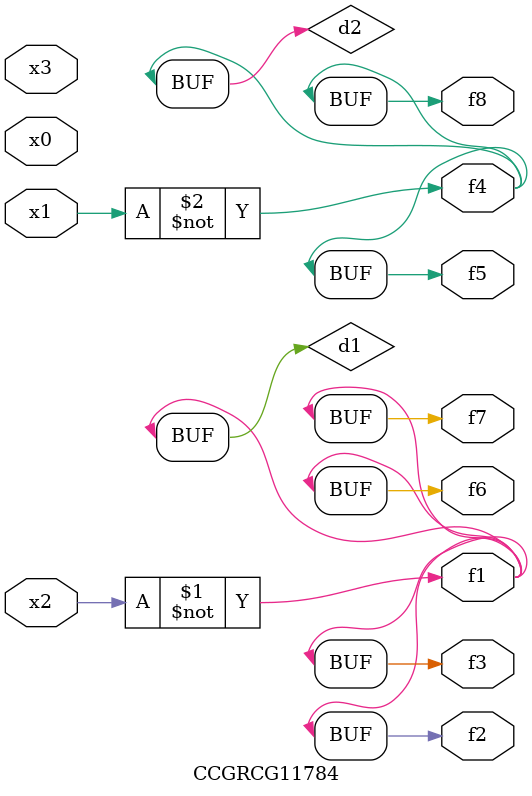
<source format=v>
module CCGRCG11784(
	input x0, x1, x2, x3,
	output f1, f2, f3, f4, f5, f6, f7, f8
);

	wire d1, d2;

	xnor (d1, x2);
	not (d2, x1);
	assign f1 = d1;
	assign f2 = d1;
	assign f3 = d1;
	assign f4 = d2;
	assign f5 = d2;
	assign f6 = d1;
	assign f7 = d1;
	assign f8 = d2;
endmodule

</source>
